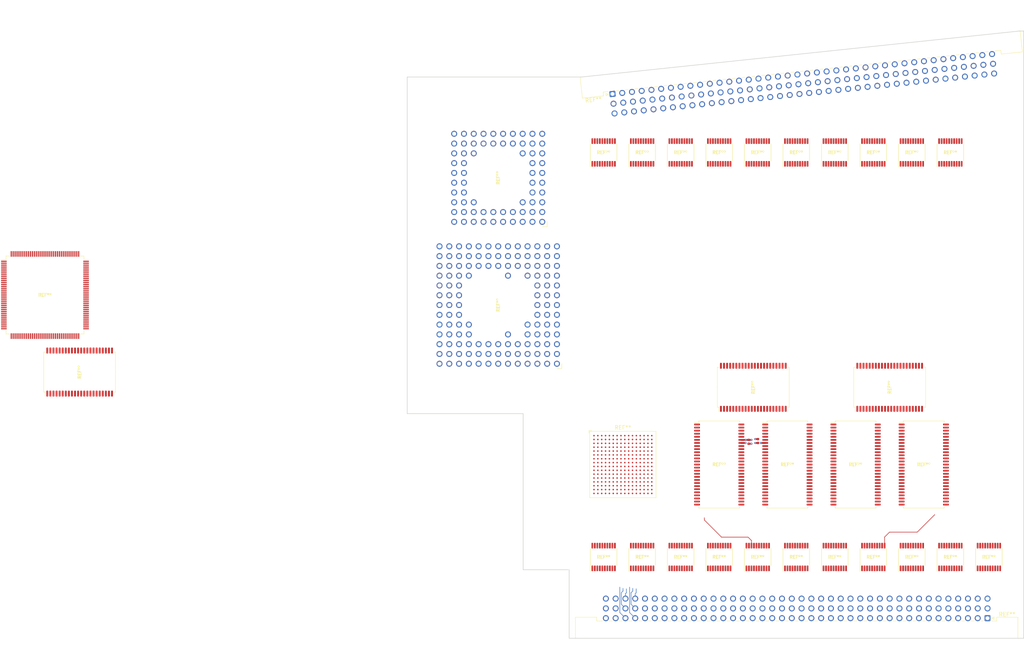
<source format=kicad_pcb>
(kicad_pcb (version 20221018) (generator pcbnew)
  (layers (0 "F.Cu" signal) (1 "In1.Cu" power) (2 "In2.Cu" power) (3 "In3.Cu" signal) (4 "In4.Cu" power) (31 "B.Cu" signal) (34 "B.Paste" user) (35 "F.Paste" user) (36 "B.SilkS" user "B.Silkscreen") (37 "F.SilkS" user "F.Silkscreen") (38 "B.Mask" user) (39 "F.Mask" user) (44 "Edge.Cuts" user))
  (net 0 "")
  (footprint "stdpads:DIN41612_R_3x40_Male_Horizontal_THT" (layer "F.Cu") (at 70.304992 46.81268 6)
    (fp_text reference "REF**")
    (fp_text value "DIN41612_R_3x40_Male_Horizontal_THT")
  )
  (footprint "stdpads:TSOP-II-54_22.2x10.16mm_P0.8mm" (layer "F.Cu") (at 115.7 143)
    (fp_text reference "REF**")
    (fp_text value "TSOP-II-54_22.2x10.16mm_P0.8mm")
  )
  (footprint "stdpads:C_0402" (layer "F.Cu") (at 108.05 136.9 90)
    (fp_text reference "REF**")
    (fp_text value "C_0402")
  )
  (footprint "stdpads:C_0402" (layer "F.Cu") (at 105.65 137.1 -90)
    (fp_text reference "REF**")
    (fp_text value "C_0402")
  )
  (footprint "stdpads:TSOP-II-54_22.2x10.16mm_P0.8mm" (layer "F.Cu") (at 151.1 143)
    (fp_text reference "REF**")
    (fp_text value "TSOP-II-54_22.2x10.16mm_P0.8mm")
  )
  (footprint "stdpads:TSOP-II-44_400mil_P0.8mm" (layer "F.Cu") (at 142.25 122.95 90)
    (fp_text reference "REF**")
    (fp_text value "TSOP-II-44_400mil_P0.8mm")
  )
  (footprint "stdpads:TSOP-II-44_400mil_P0.8mm" (layer "F.Cu") (at 106.85 122.95 90)
    (fp_text reference "REF**")
    (fp_text value "TSOP-II-44_400mil_P0.8mm")
  )
  (footprint "stdpads:DIN41612_R_3x40_Male_Horizontal_THT" (layer "F.Cu") (at 167.64 182.88 180)
    (fp_text reference "REF**")
    (fp_text value "DIN41612_R_3x40_Male_Horizontal_THT")
  )
  (footprint "stdpads:TSSOP-20_4.4x6.5mm_P0.65mm" (layer "F.Cu") (at 68 167)
    (fp_text reference "REF**")
    (fp_text value "TSSOP-20_4.4x6.5mm_P0.65mm")
  )
  (footprint "stdpads:TSSOP-20_4.4x6.5mm_P0.65mm" (layer "F.Cu") (at 78 167)
    (fp_text reference "REF**")
    (fp_text value "TSSOP-20_4.4x6.5mm_P0.65mm")
  )
  (footprint "stdpads:TSSOP-20_4.4x6.5mm_P0.65mm" (layer "F.Cu") (at 88 167)
    (fp_text reference "REF**")
    (fp_text value "TSSOP-20_4.4x6.5mm_P0.65mm")
  )
  (footprint "stdpads:TSSOP-20_4.4x6.5mm_P0.65mm" (layer "F.Cu") (at 98 167)
    (fp_text reference "REF**")
    (fp_text value "TSSOP-20_4.4x6.5mm_P0.65mm")
  )
  (footprint "stdpads:TSSOP-20_4.4x6.5mm_P0.65mm" (layer "F.Cu") (at 108 167)
    (fp_text reference "REF**")
    (fp_text value "TSSOP-20_4.4x6.5mm_P0.65mm")
  )
  (footprint "stdpads:TSSOP-20_4.4x6.5mm_P0.65mm" (layer "F.Cu") (at 118 167)
    (fp_text reference "REF**")
    (fp_text value "TSSOP-20_4.4x6.5mm_P0.65mm")
  )
  (footprint "stdpads:TSSOP-20_4.4x6.5mm_P0.65mm" (layer "F.Cu") (at 138 167)
    (fp_text reference "REF**")
    (fp_text value "TSSOP-20_4.4x6.5mm_P0.65mm")
  )
  (footprint "stdpads:TSSOP-20_4.4x6.5mm_P0.65mm" (layer "F.Cu") (at 128 167)
    (fp_text reference "REF**")
    (fp_text value "TSSOP-20_4.4x6.5mm_P0.65mm")
  )
  (footprint "stdpads:TSSOP-20_4.4x6.5mm_P0.65mm" (layer "F.Cu") (at 148 167)
    (fp_text reference "REF**")
    (fp_text value "TSSOP-20_4.4x6.5mm_P0.65mm")
  )
  (footprint "stdpads:TSSOP-20_4.4x6.5mm_P0.65mm" (layer "F.Cu") (at 168 167)
    (fp_text reference "REF**")
    (fp_text value "TSSOP-20_4.4x6.5mm_P0.65mm")
  )
  (footprint "stdpads:TSSOP-20_4.4x6.5mm_P0.65mm" (layer "F.Cu") (at 158 167)
    (fp_text reference "REF**")
    (fp_text value "TSSOP-20_4.4x6.5mm_P0.65mm")
  )
  (footprint "stdpads:PGA-68_MC68882" (layer "F.Cu") (at 40.64 68.58 90)
    (fp_text reference "REF**")
    (fp_text value "PGA-68_MC68882")
  )
  (footprint "stdpads:PGA-128_MC68030" (layer "F.Cu") (at 40.64 101.6 90)
    (fp_text reference "REF**")
    (fp_text value "PGA-128_MC68030")
  )
  (footprint "stdpads:TSSOP-20_4.4x6.5mm_P0.65mm" (layer "F.Cu") (at 148 62)
    (fp_text reference "REF**")
    (fp_text value "TSSOP-20_4.4x6.5mm_P0.65mm")
  )
  (footprint "stdpads:TSSOP-20_4.4x6.5mm_P0.65mm" (layer "F.Cu") (at 158 62)
    (fp_text reference "REF**")
    (fp_text value "TSSOP-20_4.4x6.5mm_P0.65mm")
  )
  (footprint "stdpads:TSSOP-20_4.4x6.5mm_P0.65mm" (layer "F.Cu") (at 138 62)
    (fp_text reference "REF**")
    (fp_text value "TSSOP-20_4.4x6.5mm_P0.65mm")
  )
  (footprint "stdpads:TSSOP-20_4.4x6.5mm_P0.65mm" (layer "F.Cu") (at 128 62)
    (fp_text reference "REF**")
    (fp_text value "TSSOP-20_4.4x6.5mm_P0.65mm")
  )
  (footprint "stdpads:TSSOP-20_4.4x6.5mm_P0.65mm" (layer "F.Cu") (at 118 62)
    (fp_text reference "REF**")
    (fp_text value "TSSOP-20_4.4x6.5mm_P0.65mm")
  )
  (footprint "Package_BGA:BGA-256_17.0x17.0mm_Layout16x16_P1.0mm_Ball0.5mm_Pad0.4mm_NSMD" (layer "F.Cu") (at 73 143)
    (fp_text reference "REF**")
    (fp_text value "BGA-256_17.0x17.0mm_Layout16x16_P1.0mm_Ball0.5mm_Pad0.4mm_NSMD")
  )
  (footprint "stdpads:TQFP-144_20x20mm_P0.5mm" (layer "F.Cu") (at -77 99)
    (fp_text reference "REF**")
    (fp_text value "TQFP-144_20x20mm_P0.5mm")
  )
  (footprint "stdpads:TSOP-II-44_400mil_P0.8mm" (layer "F.Cu") (at -68 119 90)
    (fp_text reference "REF**")
    (fp_text value "TSOP-II-44_400mil_P0.8mm")
  )
  (footprint "stdpads:TSOP-II-54_22.2x10.16mm_P0.8mm" (layer "F.Cu") (at 98 143)
    (fp_text reference "REF**")
    (fp_text value "TSOP-II-54_22.2x10.16mm_P0.8mm")
  )
  (footprint "stdpads:TSOP-II-54_22.2x10.16mm_P0.8mm" (layer "F.Cu") (at 133.4 143)
    (fp_text reference "REF**")
    (fp_text value "TSOP-II-54_22.2x10.16mm_P0.8mm")
  )
  (footprint "stdpads:TSSOP-20_4.4x6.5mm_P0.65mm" (layer "F.Cu") (at 68 62)
    (fp_text reference "REF**")
    (fp_text value "TSSOP-20_4.4x6.5mm_P0.65mm")
  )
  (footprint "stdpads:TSSOP-20_4.4x6.5mm_P0.65mm" (layer "F.Cu") (at 98 62)
    (fp_text reference "REF**")
    (fp_text value "TSSOP-20_4.4x6.5mm_P0.65mm")
  )
  (footprint "stdpads:TSSOP-20_4.4x6.5mm_P0.65mm" (layer "F.Cu") (at 78 62)
    (fp_text reference "REF**")
    (fp_text value "TSSOP-20_4.4x6.5mm_P0.65mm")
  )
  (footprint "stdpads:TSSOP-20_4.4x6.5mm_P0.65mm" (layer "F.Cu") (at 88 62)
    (fp_text reference "REF**")
    (fp_text value "TSSOP-20_4.4x6.5mm_P0.65mm")
  )
  (footprint "stdpads:TSSOP-20_4.4x6.5mm_P0.65mm" (layer "F.Cu") (at 108 62)
    (fp_text reference "REF**")
    (fp_text value "TSSOP-20_4.4x6.5mm_P0.65mm")
  )
  (gr_line (start 62.23 42.418) (end 17.018 42.418) (stroke (width 0.15)) (layer "Edge.Cuts"))
  (gr_line (start 47.117 129.794) (end 17.018 129.794) (stroke (width 0.15)) (layer "Edge.Cuts"))
  (gr_line (start 17.018 129.794) (end 17.018 42.418) (stroke (width 0.15)) (layer "Edge.Cuts"))
  (gr_line (start 177.038 30.48) (end 175.895 30.48) (stroke (width 0.15)) (layer "Edge.Cuts"))
  (gr_line (start 59.055 188.087) (end 59.055 170.307) (stroke (width 0.15)) (layer "Edge.Cuts"))
  (gr_line (start 59.055 170.307) (end 47.117 170.307) (stroke (width 0.15)) (layer "Edge.Cuts"))
  (gr_line (start 177.038 188.087) (end 177.038 30.48) (stroke (width 0.15)) (layer "Edge.Cuts"))
  (gr_line (start 47.117 170.307) (end 47.117 129.794) (stroke (width 0.15)) (layer "Edge.Cuts"))
  (gr_line (start 62.23 42.418) (end 175.895 30.48) (stroke (width 0.15)) (layer "Edge.Cuts"))
  (gr_line (start 59.055 188.087) (end 177.038 188.087) (stroke (width 0.15)) (layer "Edge.Cuts"))
  (segment (start 108.05 137.4) (end 107.35 137.4) (width 0.45) (layer "F.Cu") (net 0))
  (segment (start 108.05 136.4) (end 107.35 136.4) (width 0.45) (layer "F.Cu") (net 0))
  (segment (start 105.65 136.6) (end 106.35 136.6) (width 0.45) (layer "F.Cu") (net 0))
  (segment (start 105.65 137.6) (end 106.35 137.6) (width 0.45) (layer "F.Cu") (net 0))
  (segment (start 103.75 137.4) (end 104.85 137.4) (width 0.45) (layer "F.Cu") (net 0))
  (segment (start 106.375 162.725) (end 105.5 161.85) (width 0.15) (layer "F.Cu") (net 0))
  (segment (start 105.5 161.85) (end 98.6 161.85) (width 0.15) (layer "F.Cu") (net 0))
  (segment (start 103.75 136.6) (end 104.9 136.6) (width 0.45) (layer "F.Cu") (net 0))
  (segment (start 98.6 161.85) (end 94.15 157.4) (width 0.15) (layer "F.Cu") (net 0))
  (segment (start 140.925 161.825) (end 142.2 160.55) (width 0.15) (layer "F.Cu") (net 0))
  (segment (start 105.65 136.6) (end 104.9 136.6) (width 0.45) (layer "F.Cu") (net 0))
  (segment (start 106.375 164.05) (end 106.375 162.725) (width 0.15) (layer "F.Cu") (net 0))
  (segment (start 140.925 164.05) (end 140.925 161.825) (width 0.15) (layer "F.Cu") (net 0))
  (segment (start 94.15 157.4) (end 94.15 156.8) (width 0.15) (layer "F.Cu") (net 0))
  (segment (start 142.2 160.55) (end 149.4 160.55) (width 0.15) (layer "F.Cu") (net 0))
  (segment (start 109.95 137.4) (end 108.8 137.4) (width 0.45) (layer "F.Cu") (net 0))
  (segment (start 149.4 160.55) (end 153.95 156) (width 0.15) (layer "F.Cu") (net 0))
  (via (at 107.35 137.4) (size 0.5) (drill 0.2) (layers "F.Cu" "B.Cu") (net 0))
  (via (at 107.35 136.4) (size 0.5) (drill 0.2) (layers "F.Cu" "B.Cu") (net 0))
  (via (at 106.35 136.6) (size 0.5) (drill 0.2) (layers "F.Cu" "B.Cu") (net 0))
  (via (at 106.35 137.6) (size 0.5) (drill 0.2) (layers "F.Cu" "B.Cu") (net 0))
  (via (at 104.9 136.6) (size 0.5) (drill 0.2) (layers "F.Cu" "B.Cu") (net 0))
  (via (at 108.8 137.4) (size 0.5) (drill 0.2) (layers "F.Cu" "B.Cu") (net 0))
  (via (at 104.85 137.4) (size 0.5) (drill 0.2) (layers "F.Cu" "B.Cu") (net 0))
  (segment (start 72.1995 181.4195) (end 72.1995 174.8155) (width 0.15) (layer "B.Cu") (net 0))
  (segment (start 73.66 182.88) (end 72.1995 181.4195) (width 0.15) (layer "B.Cu") (net 0))
  (segment (start 75.1205 179.2605) (end 75.1205 176.276) (width 0.15) (layer "B.Cu") (net 0))
  (segment (start 76.2 180.34) (end 75.1205 179.2605) (width 0.15) (layer "B.Cu") (net 0))
  (segment (start 75.1205 176.276) (end 75.565 175.8315) (width 0.15) (layer "B.Cu") (net 0))
  (segment (start 76.2 177.8) (end 76.2 176.53) (width 0.15) (layer "B.Cu") (net 0))
  (segment (start 76.2 176.53) (end 76.454 176.276) (width 0.15) (layer "B.Cu") (net 0))
  (segment (start 76.454 176.276) (end 76.454 175.26) (width 0.15) (layer "B.Cu") (net 0))
  (segment (start 75.565 175.8315) (end 75.565 175.133) (width 0.15) (layer "B.Cu") (net 0))
  (segment (start 76.2 182.88) (end 74.7395 181.4195) (width 0.15) (layer "B.Cu") (net 0))
  (segment (start 74.7395 181.4195) (end 74.7395 174.8155) (width 0.15) (layer "B.Cu") (net 0))
  (segment (start 73.66 176.53) (end 73.914 176.276) (width 0.15) (layer "B.Cu") (net 0))
  (segment (start 72.5805 179.2605) (end 72.5805 176.276) (width 0.15) (layer "B.Cu") (net 0))
  (segment (start 73.66 177.8) (end 73.66 176.53) (width 0.15) (layer "B.Cu") (net 0))
  (segment (start 72.5805 176.276) (end 73.025 175.8315) (width 0.15) (layer "B.Cu") (net 0))
  (segment (start 73.66 180.34) (end 72.5805 179.2605) (width 0.15) (layer "B.Cu") (net 0))
  (segment (start 73.914 176.276) (end 73.914 175.26) (width 0.15) (layer "B.Cu") (net 0))
  (segment (start 73.025 175.8315) (end 73.025 175.133) (width 0.15) (layer "B.Cu") (net 0))
)
</source>
